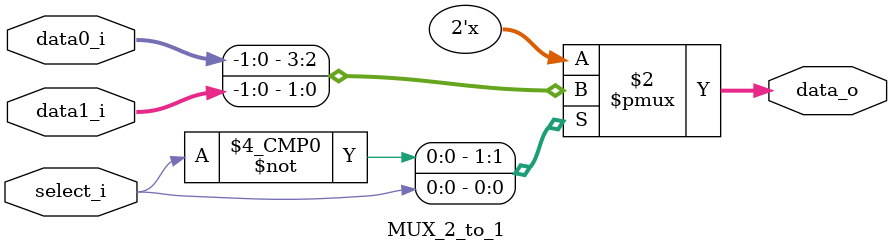
<source format=v>
`timescale 1ns / 1ps
module MUX_2_to_1(data0_i,data1_i,select_i,data_o);
    parameter size = 0;	
    input  [size-1:0] data0_i;          
    input  [size-1:0] data1_i;
    input             select_i;
    output reg[size-1:0] data_o; 


	    //this is control
	    /* add your design */   
    always @(data0_i or data1_i or select_i)
     begin	
     case(select_i)
//not sure if it is true
     1'b0: data_o = data0_i;   
     1'b1: data_o = data1_i;
     endcase
    end  


endmodule

</source>
